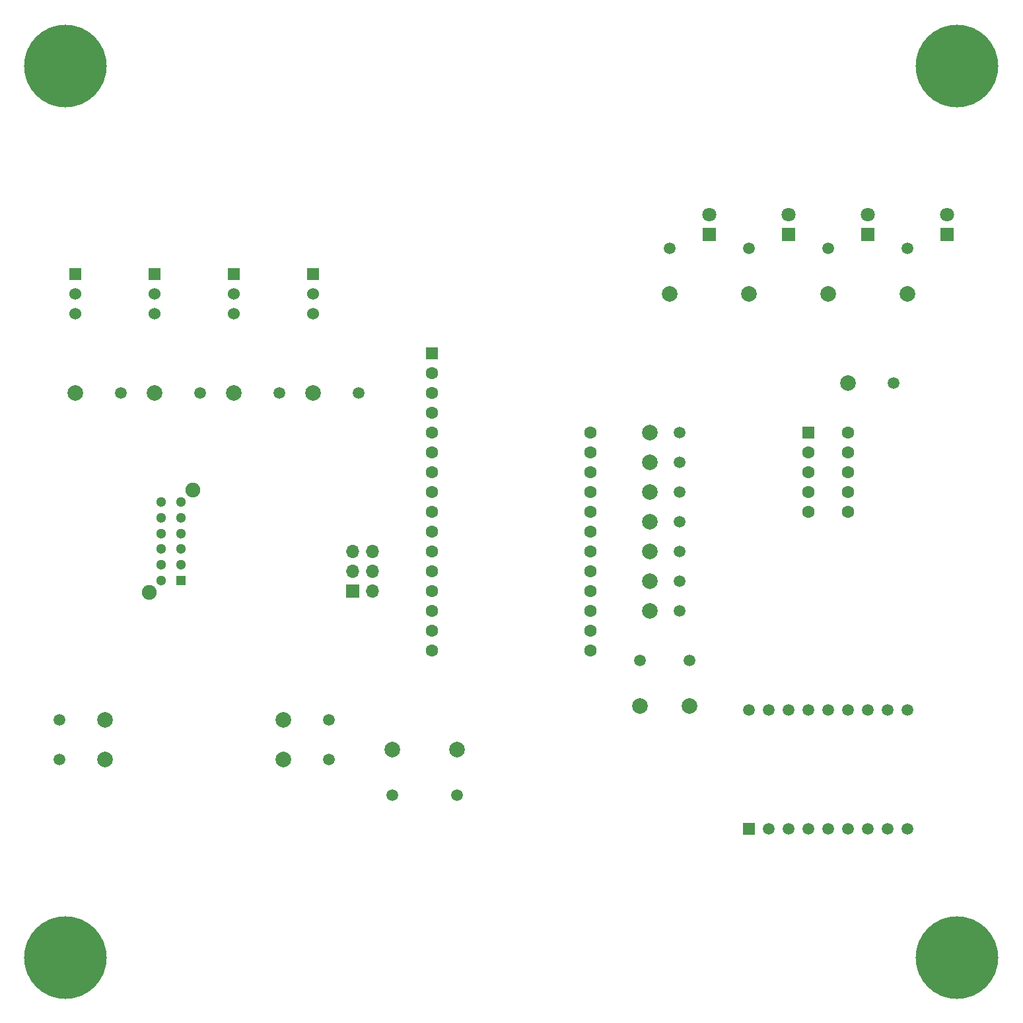
<source format=gbs>
G04 #@! TF.GenerationSoftware,KiCad,Pcbnew,(6.0.7)*
G04 #@! TF.CreationDate,2022-11-10T17:29:02-05:00*
G04 #@! TF.ProjectId,M5TC-2022-U4BN,4d355443-2d32-4303-9232-2d5534424e2e,rev?*
G04 #@! TF.SameCoordinates,Original*
G04 #@! TF.FileFunction,Soldermask,Bot*
G04 #@! TF.FilePolarity,Negative*
%FSLAX46Y46*%
G04 Gerber Fmt 4.6, Leading zero omitted, Abs format (unit mm)*
G04 Created by KiCad (PCBNEW (6.0.7)) date 2022-11-10 17:29:02*
%MOMM*%
%LPD*%
G01*
G04 APERTURE LIST*
%ADD10R,1.600000X1.600000*%
%ADD11C,1.600000*%
%ADD12C,0.900000*%
%ADD13C,10.600000*%
%ADD14R,1.700000X1.700000*%
%ADD15O,1.700000X1.700000*%
%ADD16R,1.500000X1.500000*%
%ADD17C,1.500000*%
%ADD18R,1.800000X1.800000*%
%ADD19C,1.800000*%
%ADD20R,1.300000X1.300000*%
%ADD21C,1.300000*%
%ADD22C,1.900000*%
%ADD23C,1.999996*%
%ADD24C,1.499997*%
%ADD25R,1.524000X1.524000*%
%ADD26C,1.524000*%
G04 APERTURE END LIST*
D10*
X205740000Y-144780000D03*
D11*
X205740000Y-147320000D03*
X205740000Y-149860000D03*
X205740000Y-152400000D03*
X205740000Y-154940000D03*
X205740000Y-157480000D03*
X205740000Y-160020000D03*
X205740000Y-162560000D03*
X205740000Y-165100000D03*
X205740000Y-167640000D03*
X205740000Y-170180000D03*
X205740000Y-172720000D03*
X205740000Y-175260000D03*
X205740000Y-177800000D03*
X205740000Y-180340000D03*
X205740000Y-182880000D03*
X226060000Y-182880000D03*
X226060000Y-180340000D03*
X226060000Y-177800000D03*
X226060000Y-175260000D03*
X226060000Y-172720000D03*
X226060000Y-170180000D03*
X226060000Y-167640000D03*
X226060000Y-165100000D03*
X226060000Y-162560000D03*
X226060000Y-160020000D03*
X226060000Y-157480000D03*
X226060000Y-154940000D03*
D12*
X269075000Y-222250000D03*
X273050000Y-218275000D03*
D13*
X273050000Y-222250000D03*
D12*
X270239251Y-219439251D03*
X277025000Y-222250000D03*
X273050000Y-226225000D03*
X270239251Y-225060749D03*
X275860749Y-225060749D03*
X275860749Y-219439251D03*
X277025000Y-107950000D03*
X273050000Y-111925000D03*
X275860749Y-110760749D03*
D13*
X273050000Y-107950000D03*
D12*
X275860749Y-105139251D03*
X269075000Y-107950000D03*
X270239251Y-105139251D03*
X270239251Y-110760749D03*
X273050000Y-103975000D03*
X161560749Y-219439251D03*
X162725000Y-222250000D03*
X158750000Y-218275000D03*
X154775000Y-222250000D03*
X155939251Y-219439251D03*
X155939251Y-225060749D03*
D13*
X158750000Y-222250000D03*
D12*
X158750000Y-226225000D03*
X161560749Y-225060749D03*
X162725000Y-107950000D03*
X154775000Y-107950000D03*
X155939251Y-110760749D03*
X158750000Y-111925000D03*
X161560749Y-110760749D03*
X158750000Y-103975000D03*
X161560749Y-105139251D03*
D13*
X158750000Y-107950000D03*
D12*
X155939251Y-105139251D03*
D14*
X195580000Y-175260000D03*
D15*
X198120000Y-175260000D03*
X195580000Y-172720000D03*
X198120000Y-172720000D03*
X195580000Y-170180000D03*
X198120000Y-170180000D03*
D10*
X254000000Y-154940000D03*
D11*
X254000000Y-157480000D03*
X254000000Y-160020000D03*
X254000000Y-162560000D03*
X254000000Y-165100000D03*
X259080000Y-165100000D03*
X259080000Y-162560000D03*
X259080000Y-160020000D03*
X259080000Y-157480000D03*
X259080000Y-154940000D03*
D16*
X246380000Y-205740000D03*
D17*
X248920000Y-205740000D03*
X251460000Y-205740000D03*
X254000000Y-205740000D03*
X256540000Y-205740000D03*
X259080000Y-205740000D03*
X261620000Y-205740000D03*
X264160000Y-205740000D03*
X266700000Y-205740000D03*
X266700000Y-190500000D03*
X264160000Y-190500000D03*
X261620000Y-190500000D03*
X259080000Y-190500000D03*
X256540000Y-190500000D03*
X254000000Y-190500000D03*
X251460000Y-190500000D03*
X248920000Y-190500000D03*
X246380000Y-190500000D03*
D18*
X271780000Y-129540000D03*
D19*
X271780000Y-127000000D03*
D18*
X261620000Y-129540000D03*
D19*
X261620000Y-127000000D03*
D18*
X251460000Y-129540000D03*
D19*
X251460000Y-127000000D03*
D18*
X241300000Y-129540000D03*
D19*
X241300000Y-127000000D03*
D20*
X173510000Y-173910000D03*
D21*
X173510000Y-171910000D03*
X173510000Y-169910000D03*
X173510000Y-167910000D03*
X173510000Y-165910000D03*
X173510000Y-163910000D03*
X171010000Y-173910000D03*
X171010000Y-171910000D03*
X171010000Y-169910000D03*
X171010000Y-167910000D03*
X171010000Y-165910000D03*
X171010000Y-163910000D03*
D22*
X169460000Y-175510000D03*
X175060000Y-162310000D03*
D23*
X208915000Y-195580000D03*
D24*
X208915000Y-201422000D03*
D23*
X200660000Y-195580000D03*
D24*
X200660000Y-201422000D03*
X266700000Y-131318000D03*
D23*
X266700000Y-137160000D03*
X256540000Y-137160000D03*
D24*
X256540000Y-131318000D03*
X246380000Y-131318000D03*
D23*
X246380000Y-137160000D03*
D24*
X236220000Y-131318000D03*
D23*
X236220000Y-137160000D03*
X233680000Y-154940000D03*
D24*
X237490000Y-154940000D03*
D23*
X233680000Y-158750000D03*
D24*
X237490000Y-158750000D03*
X237490000Y-162560000D03*
D23*
X233680000Y-162560000D03*
D24*
X237490000Y-166370000D03*
D23*
X233680000Y-166370000D03*
X233680000Y-170180000D03*
D24*
X237490000Y-170180000D03*
X237490000Y-173990000D03*
D23*
X233680000Y-173990000D03*
D24*
X237490000Y-177800000D03*
D23*
X233680000Y-177800000D03*
D24*
X264922000Y-148590000D03*
D23*
X259080000Y-148590000D03*
X238760000Y-189992000D03*
D24*
X238760000Y-184150000D03*
D23*
X232410000Y-189992000D03*
D24*
X232410000Y-184150000D03*
X196342000Y-149860000D03*
D23*
X190500000Y-149860000D03*
X180340000Y-149860000D03*
D24*
X186182000Y-149860000D03*
D23*
X170180000Y-149860000D03*
D24*
X176022000Y-149860000D03*
D23*
X160020000Y-149860000D03*
D24*
X165862000Y-149860000D03*
X192532000Y-196850000D03*
D23*
X186690000Y-196850000D03*
D24*
X157988000Y-191770000D03*
D23*
X163830000Y-191770000D03*
X186690000Y-191770000D03*
D24*
X192532000Y-191770000D03*
X157988000Y-196850000D03*
D23*
X163830000Y-196850000D03*
D25*
X160020000Y-134620000D03*
D26*
X160020000Y-137160000D03*
X160020000Y-139700000D03*
D25*
X170180000Y-134620000D03*
D26*
X170180000Y-137160000D03*
X170180000Y-139700000D03*
D25*
X180340000Y-134620000D03*
D26*
X180340000Y-137160000D03*
X180340000Y-139700000D03*
D25*
X190500000Y-134620000D03*
D26*
X190500000Y-137160000D03*
X190500000Y-139700000D03*
M02*

</source>
